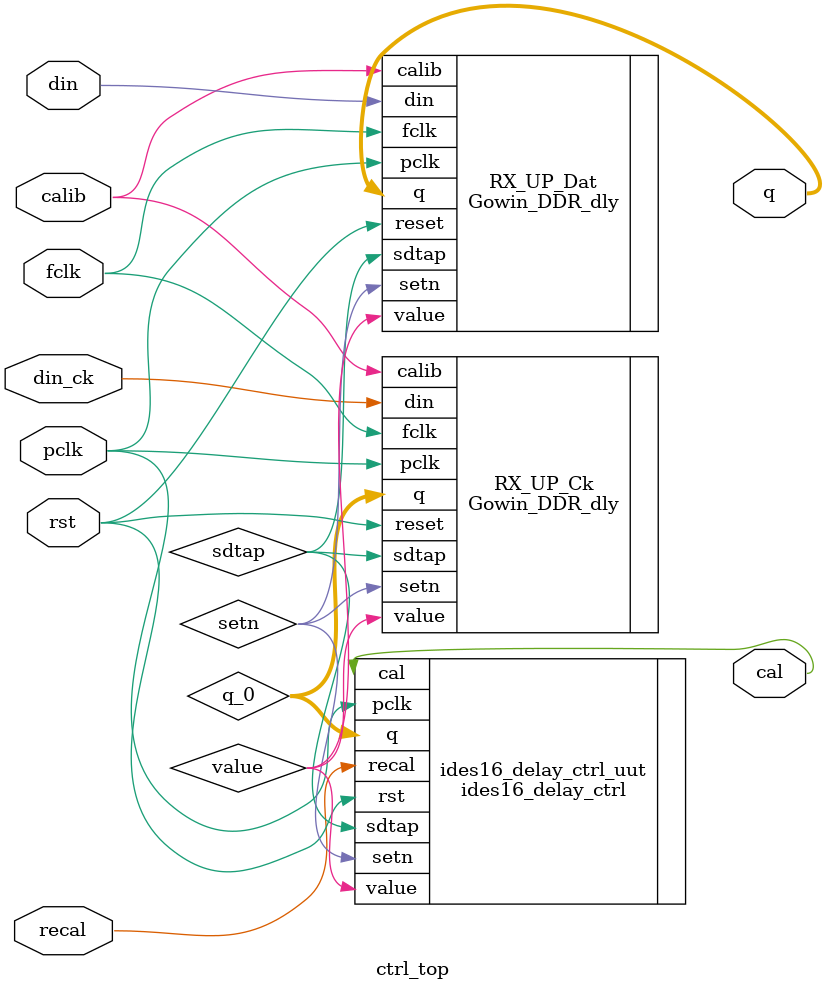
<source format=v>
`timescale 100ps/100ps
module  ctrl_top
#(parameter  CNT_WAIT_W = 2,WAIT_MAX = 0,TEST = 4) 
(
input       din     ,//ÊäÈëµÄ´®ÐÐÊý¾Ý
input       din_ck  ,//ÊäÈëµÄ´®ÐÐÊý¾ÝµÄÊ±ÖÓ
input      fclk     ,//311
input      pclk     ,//311/8
input      rst      ,//rst
input      calib    ,//ides16µ÷ÕûÊä³ö16Î»²¢ÐÐË³Ðò£¬¸ßÓÐÐ§
input      recal    ,//ÑÓÊ±¿ØÖÆÄ£¿éµÄÖØÖÃ

output[7:0]q        ,//din×ª»»µÄÖµ£¬Êä³ö¸øsici_pcs
output     cal       //ÑÓÊ±¿ØÖÆÄ£¿é³É¹¦±êÖ¾£¬¸ßÓÐÐ§
);

wire       sdtap;
wire       value;
wire       setn;
wire [7:0] q_0;


//////////////*Àý»¯ÑÓÊ±¿ØÖÆÄ£¿é*///////////
ides16_delay_ctrl #(.CNT_WAIT_W(CNT_WAIT_W),.MAX(WAIT_MAX),.TEST(TEST))
 ides16_delay_ctrl_uut
(
  .q        (  q_0  )   , //din_ck1×ª16ºóµÄÊä³öÊÇq0
  .pclk     ( pclk  )   ,
  .recal    ( recal )   , //ÖØÖÃÄ£¿é
  .rst      ( rst   )   ,
  
  .sdtap    ( sdtap )   ,
  .value    ( value )   ,
  .cal      ( cal   )   ,
  .setn     ( setn  )    
);
//////////////////
Gowin_DDR_dly RX_UP_Dat(
  .din      (din  )   , //input [0:0] din
  .fclk     (fclk )   , //input fclk
  .pclk     (pclk )   , //input pclk
  .reset    (rst  )   , //input reset
  .calib    (calib)   , //input calib
  .sdtap    (sdtap)   , //input sdtap
  .value    (value)   , //input value
  .setn     (setn )   , //input setn
  .q        (q)         //output [7:0] q
);
///////////////
Gowin_DDR_dly RX_UP_Ck(
  .din      (din_ck)   , //input [0:0] din
  .fclk     (fclk  )   , //input fclk
  .pclk     (pclk  )   , //input pclk
  .reset    (rst   )   , //input reset
  .calib    (calib )   , //input calib
  .sdtap    (sdtap )   , //input sdtap
  .value    (value )   , //input value
  .setn     (setn  )   , //input setn
  .q        (q_0   )         //q0
);
endmodule
</source>
